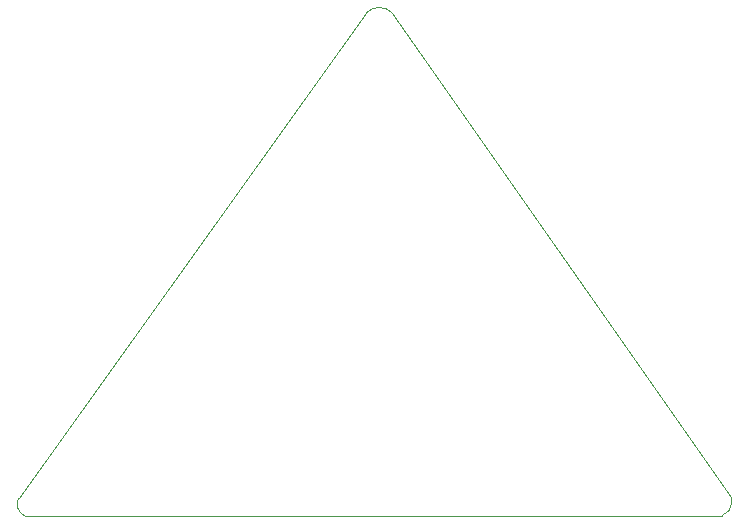
<source format=gko>
G04 Layer_Color=16720538*
%FSLAX24Y24*%
%MOIN*%
G70*
G01*
G75*
%ADD747C,0.0039*%
%ADD748C,0.0039*%
D747*
X37910Y10444D02*
D03*
D03*
X14370Y9823D02*
D03*
X14370Y9823D02*
D03*
D748*
X37912Y10439D02*
G03*
X37910Y10444I-19J-6D01*
G01*
X26613Y26586D02*
G03*
X26611Y26589I-16J-11D01*
G01*
X37912Y10439D02*
G03*
X37910Y10444I-19J-6D01*
G01*
X37937Y10285D02*
G03*
X37912Y10439I-487J0D01*
G01*
Y10439D02*
G03*
X37910Y10444I-19J-6D01*
G01*
X37605Y9824D02*
G03*
X37937Y10285I-154J462D01*
G01*
X37598Y9823D02*
G03*
X37605Y9824I0J20D01*
G01*
X37598Y9823D02*
G03*
X37605Y9824I0J20D01*
G01*
X26611Y26589D02*
G03*
X25744Y26589I-433J-433D01*
G01*
Y26589D02*
G03*
X25742Y26586I14J-14D01*
G01*
X25744Y26589D02*
G03*
X25742Y26586I14J-14D01*
G01*
X25744Y26589D02*
G03*
X25742Y26586I14J-14D01*
G01*
X14157Y10404D02*
G03*
X14155Y10401I16J-12D01*
G01*
X14157Y10404D02*
G03*
X14155Y10401I16J-12D01*
G01*
X14362Y9825D02*
G03*
X14370Y9823I8J18D01*
G01*
X14157Y10404D02*
G03*
X14155Y10401I16J-11D01*
G01*
D02*
G03*
X14362Y9825I391J-185D01*
G01*
X14362D02*
G03*
X14370Y9823I8J18D01*
G01*
X26613Y26586D02*
X37910Y10444D01*
X37910Y10444D01*
X37910Y10444D01*
X14157Y10404D02*
X25742Y26586D01*
X14157Y10404D02*
X14157Y10404D01*
X14370Y9823D02*
X37598D01*
M02*

</source>
